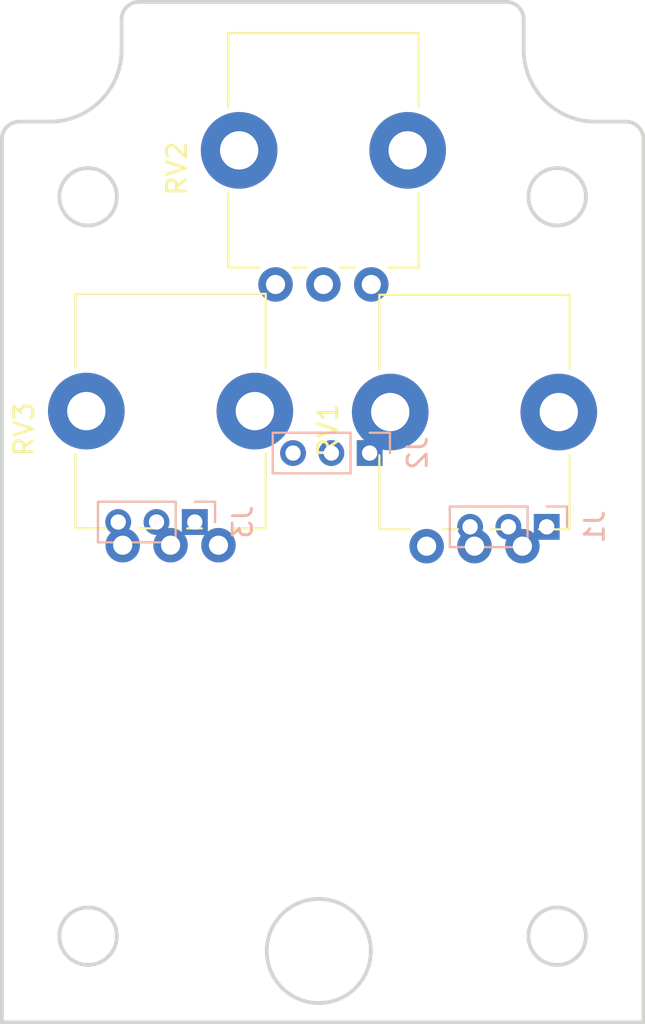
<source format=kicad_pcb>
(kicad_pcb (version 20171130) (host pcbnew 5.1.9)

  (general
    (thickness 1.6)
    (drawings 62)
    (tracks 0)
    (zones 0)
    (modules 6)
    (nets 10)
  )

  (page A4)
  (layers
    (0 F.Cu signal)
    (31 B.Cu signal)
    (32 B.Adhes user)
    (33 F.Adhes user)
    (34 B.Paste user hide)
    (35 F.Paste user)
    (36 B.SilkS user)
    (37 F.SilkS user)
    (38 B.Mask user)
    (39 F.Mask user)
    (40 Dwgs.User user)
    (41 Cmts.User user)
    (42 Eco1.User user)
    (43 Eco2.User user)
    (44 Edge.Cuts user)
    (45 Margin user)
    (46 B.CrtYd user)
    (47 F.CrtYd user)
    (48 B.Fab user)
    (49 F.Fab user)
  )

  (setup
    (last_trace_width 0.25)
    (trace_clearance 0.2)
    (zone_clearance 0.508)
    (zone_45_only no)
    (trace_min 0.2)
    (via_size 0.8)
    (via_drill 0.4)
    (via_min_size 0.4)
    (via_min_drill 0.3)
    (uvia_size 0.3)
    (uvia_drill 0.1)
    (uvias_allowed no)
    (uvia_min_size 0.2)
    (uvia_min_drill 0.1)
    (edge_width 0.05)
    (segment_width 0.2)
    (pcb_text_width 0.3)
    (pcb_text_size 1.5 1.5)
    (mod_edge_width 0.12)
    (mod_text_size 1 1)
    (mod_text_width 0.15)
    (pad_size 1.524 1.524)
    (pad_drill 0.762)
    (pad_to_mask_clearance 0)
    (aux_axis_origin 0 0)
    (visible_elements FFFFFF7F)
    (pcbplotparams
      (layerselection 0x010fc_ffffffff)
      (usegerberextensions false)
      (usegerberattributes true)
      (usegerberadvancedattributes true)
      (creategerberjobfile true)
      (excludeedgelayer true)
      (linewidth 0.100000)
      (plotframeref false)
      (viasonmask false)
      (mode 1)
      (useauxorigin false)
      (hpglpennumber 1)
      (hpglpenspeed 20)
      (hpglpendiameter 15.000000)
      (psnegative false)
      (psa4output false)
      (plotreference true)
      (plotvalue true)
      (plotinvisibletext false)
      (padsonsilk false)
      (subtractmaskfromsilk false)
      (outputformat 1)
      (mirror false)
      (drillshape 1)
      (scaleselection 1)
      (outputdirectory ""))
  )

  (net 0 "")
  (net 1 "Net-(J1-Pad3)")
  (net 2 "Net-(J1-Pad2)")
  (net 3 "Net-(J1-Pad1)")
  (net 4 "Net-(J2-Pad3)")
  (net 5 "Net-(J2-Pad2)")
  (net 6 "Net-(J2-Pad1)")
  (net 7 "Net-(J3-Pad3)")
  (net 8 "Net-(J3-Pad2)")
  (net 9 "Net-(J3-Pad1)")

  (net_class Default "This is the default net class."
    (clearance 0.2)
    (trace_width 0.25)
    (via_dia 0.8)
    (via_drill 0.4)
    (uvia_dia 0.3)
    (uvia_drill 0.1)
    (add_net "Net-(J1-Pad1)")
    (add_net "Net-(J1-Pad2)")
    (add_net "Net-(J1-Pad3)")
    (add_net "Net-(J2-Pad1)")
    (add_net "Net-(J2-Pad2)")
    (add_net "Net-(J2-Pad3)")
    (add_net "Net-(J3-Pad1)")
    (add_net "Net-(J3-Pad2)")
    (add_net "Net-(J3-Pad3)")
  )

  (module screaming-panda:Potentiometer_Bourns_PTV09A-1_Single_Vertical (layer F.Cu) (tedit 60197AC5) (tstamp 6019E923)
    (at 102.54 70.95 90)
    (descr "Potentiometer, vertical, Bourns PTV09A-1 Single, http://www.bourns.com/docs/Product-Datasheets/ptv09.pdf")
    (tags "Potentiometer vertical Bourns PTV09A-1 Single")
    (path /601741E4)
    (fp_text reference RV2 (at 6.05 -10.15 90) (layer F.SilkS)
      (effects (font (size 1 1) (thickness 0.15)))
    )
    (fp_text value 20kb (at 6.05 5.15 90) (layer F.Fab)
      (effects (font (size 1 1) (thickness 0.15)))
    )
    (fp_text user %R (at 2 -2.5) (layer F.Fab)
      (effects (font (size 1 1) (thickness 0.15)))
    )
    (fp_circle (center 7.5 -2.5) (end 10.5 -2.5) (layer F.Fab) (width 0.1))
    (fp_line (start 1 -7.35) (end 1 2.35) (layer F.Fab) (width 0.1))
    (fp_line (start 1 2.35) (end 13 2.35) (layer F.Fab) (width 0.1))
    (fp_line (start 13 2.35) (end 13 -7.35) (layer F.Fab) (width 0.1))
    (fp_line (start 13 -7.35) (end 1 -7.35) (layer F.Fab) (width 0.1))
    (fp_line (start 0.88 -7.47) (end 4.745 -7.47) (layer F.SilkS) (width 0.12))
    (fp_line (start 9.255 -7.47) (end 13.12 -7.47) (layer F.SilkS) (width 0.12))
    (fp_line (start 0.88 2.47) (end 4.745 2.47) (layer F.SilkS) (width 0.12))
    (fp_line (start 9.255 2.47) (end 13.12 2.47) (layer F.SilkS) (width 0.12))
    (fp_line (start 0.88 -7.47) (end 0.88 -5.871) (layer F.SilkS) (width 0.12))
    (fp_line (start 0.88 -4.129) (end 0.88 -3.37) (layer F.SilkS) (width 0.12))
    (fp_line (start 0.88 -1.629) (end 0.88 -0.87) (layer F.SilkS) (width 0.12))
    (fp_line (start 0.88 0.87) (end 0.88 2.47) (layer F.SilkS) (width 0.12))
    (fp_line (start 13.12 -7.47) (end 13.12 2.47) (layer F.SilkS) (width 0.12))
    (fp_line (start -1.15 -9.15) (end -1.15 4.15) (layer F.CrtYd) (width 0.05))
    (fp_line (start -1.15 4.15) (end 13.25 4.15) (layer F.CrtYd) (width 0.05))
    (fp_line (start 13.25 4.15) (end 13.25 -9.15) (layer F.CrtYd) (width 0.05))
    (fp_line (start 13.25 -9.15) (end -1.15 -9.15) (layer F.CrtYd) (width 0.05))
    (pad "" np_thru_hole circle (at 7 1.9 90) (size 4 4) (drill 2) (layers *.Cu *.Mask))
    (pad "" np_thru_hole circle (at 7 -6.9 90) (size 4 4) (drill 2) (layers *.Cu *.Mask))
    (pad 1 thru_hole circle (at 0 0 90) (size 1.8 1.8) (drill 1) (layers *.Cu *.Mask)
      (net 6 "Net-(J2-Pad1)"))
    (pad 2 thru_hole circle (at 0 -2.5 90) (size 1.8 1.8) (drill 1) (layers *.Cu *.Mask)
      (net 5 "Net-(J2-Pad2)"))
    (pad 3 thru_hole circle (at 0 -5 90) (size 1.8 1.8) (drill 1) (layers *.Cu *.Mask)
      (net 4 "Net-(J2-Pad3)"))
    (model ${SCREAMING_PANDA}/mcad/step_imports/ptv09a-4x20u-xxxx.stp
      (offset (xyz 7 2.5 5))
      (scale (xyz 1 1 1))
      (rotate (xyz 90 0 -90))
    )
  )

  (module screaming-panda:Potentiometer_Bourns_PTV09A-1_Single_Vertical (layer F.Cu) (tedit 60197AC5) (tstamp 6019EB11)
    (at 110.43 84.61 90)
    (descr "Potentiometer, vertical, Bourns PTV09A-1 Single, http://www.bourns.com/docs/Product-Datasheets/ptv09.pdf")
    (tags "Potentiometer vertical Bourns PTV09A-1 Single")
    (path /60172AD1)
    (fp_text reference RV1 (at 6.05 -10.15 90) (layer F.SilkS)
      (effects (font (size 1 1) (thickness 0.15)))
    )
    (fp_text value 500ka (at 6.05 5.15 90) (layer F.Fab)
      (effects (font (size 1 1) (thickness 0.15)))
    )
    (fp_text user %R (at 2 -2.5) (layer F.Fab)
      (effects (font (size 1 1) (thickness 0.15)))
    )
    (fp_circle (center 7.5 -2.5) (end 10.5 -2.5) (layer F.Fab) (width 0.1))
    (fp_line (start 1 -7.35) (end 1 2.35) (layer F.Fab) (width 0.1))
    (fp_line (start 1 2.35) (end 13 2.35) (layer F.Fab) (width 0.1))
    (fp_line (start 13 2.35) (end 13 -7.35) (layer F.Fab) (width 0.1))
    (fp_line (start 13 -7.35) (end 1 -7.35) (layer F.Fab) (width 0.1))
    (fp_line (start 0.88 -7.47) (end 4.745 -7.47) (layer F.SilkS) (width 0.12))
    (fp_line (start 9.255 -7.47) (end 13.12 -7.47) (layer F.SilkS) (width 0.12))
    (fp_line (start 0.88 2.47) (end 4.745 2.47) (layer F.SilkS) (width 0.12))
    (fp_line (start 9.255 2.47) (end 13.12 2.47) (layer F.SilkS) (width 0.12))
    (fp_line (start 0.88 -7.47) (end 0.88 -5.871) (layer F.SilkS) (width 0.12))
    (fp_line (start 0.88 -4.129) (end 0.88 -3.37) (layer F.SilkS) (width 0.12))
    (fp_line (start 0.88 -1.629) (end 0.88 -0.87) (layer F.SilkS) (width 0.12))
    (fp_line (start 0.88 0.87) (end 0.88 2.47) (layer F.SilkS) (width 0.12))
    (fp_line (start 13.12 -7.47) (end 13.12 2.47) (layer F.SilkS) (width 0.12))
    (fp_line (start -1.15 -9.15) (end -1.15 4.15) (layer F.CrtYd) (width 0.05))
    (fp_line (start -1.15 4.15) (end 13.25 4.15) (layer F.CrtYd) (width 0.05))
    (fp_line (start 13.25 4.15) (end 13.25 -9.15) (layer F.CrtYd) (width 0.05))
    (fp_line (start 13.25 -9.15) (end -1.15 -9.15) (layer F.CrtYd) (width 0.05))
    (pad "" np_thru_hole circle (at 7 1.9 90) (size 4 4) (drill 2) (layers *.Cu *.Mask))
    (pad "" np_thru_hole circle (at 7 -6.9 90) (size 4 4) (drill 2) (layers *.Cu *.Mask))
    (pad 1 thru_hole circle (at 0 0 90) (size 1.8 1.8) (drill 1) (layers *.Cu *.Mask)
      (net 3 "Net-(J1-Pad1)"))
    (pad 2 thru_hole circle (at 0 -2.5 90) (size 1.8 1.8) (drill 1) (layers *.Cu *.Mask)
      (net 2 "Net-(J1-Pad2)"))
    (pad 3 thru_hole circle (at 0 -5 90) (size 1.8 1.8) (drill 1) (layers *.Cu *.Mask)
      (net 1 "Net-(J1-Pad3)"))
    (model ${SCREAMING_PANDA}/mcad/step_imports/ptv09a-4x20u-xxxx.stp
      (offset (xyz 7 2.5 5))
      (scale (xyz 1 1 1))
      (rotate (xyz 90 0 -90))
    )
  )

  (module screaming-panda:Potentiometer_Bourns_PTV09A-1_Single_Vertical (layer F.Cu) (tedit 60197A9C) (tstamp 6019E636)
    (at 94.56 84.56 90)
    (descr "Potentiometer, vertical, Bourns PTV09A-1 Single, http://www.bourns.com/docs/Product-Datasheets/ptv09.pdf")
    (tags "Potentiometer vertical Bourns PTV09A-1 Single")
    (path /6017449C)
    (fp_text reference RV3 (at 6.05 -10.15 90) (layer F.SilkS)
      (effects (font (size 1 1) (thickness 0.15)))
    )
    (fp_text value 100ka (at 6.05 5.15 90) (layer F.Fab)
      (effects (font (size 1 1) (thickness 0.15)))
    )
    (fp_text user %R (at 2 -2.5) (layer F.Fab)
      (effects (font (size 1 1) (thickness 0.15)))
    )
    (fp_circle (center 7.5 -2.5) (end 10.5 -2.5) (layer F.Fab) (width 0.1))
    (fp_line (start 1 -7.35) (end 1 2.35) (layer F.Fab) (width 0.1))
    (fp_line (start 1 2.35) (end 13 2.35) (layer F.Fab) (width 0.1))
    (fp_line (start 13 2.35) (end 13 -7.35) (layer F.Fab) (width 0.1))
    (fp_line (start 13 -7.35) (end 1 -7.35) (layer F.Fab) (width 0.1))
    (fp_line (start 0.88 -7.47) (end 4.745 -7.47) (layer F.SilkS) (width 0.12))
    (fp_line (start 9.255 -7.47) (end 13.12 -7.47) (layer F.SilkS) (width 0.12))
    (fp_line (start 0.88 2.47) (end 4.745 2.47) (layer F.SilkS) (width 0.12))
    (fp_line (start 9.255 2.47) (end 13.12 2.47) (layer F.SilkS) (width 0.12))
    (fp_line (start 0.88 -7.47) (end 0.88 -5.871) (layer F.SilkS) (width 0.12))
    (fp_line (start 0.88 -4.129) (end 0.88 -3.37) (layer F.SilkS) (width 0.12))
    (fp_line (start 0.88 -1.629) (end 0.88 -0.87) (layer F.SilkS) (width 0.12))
    (fp_line (start 0.88 0.87) (end 0.88 2.47) (layer F.SilkS) (width 0.12))
    (fp_line (start 13.12 -7.47) (end 13.12 2.47) (layer F.SilkS) (width 0.12))
    (fp_line (start -1.15 -9.15) (end -1.15 4.15) (layer F.CrtYd) (width 0.05))
    (fp_line (start -1.15 4.15) (end 13.25 4.15) (layer F.CrtYd) (width 0.05))
    (fp_line (start 13.25 4.15) (end 13.25 -9.15) (layer F.CrtYd) (width 0.05))
    (fp_line (start 13.25 -9.15) (end -1.15 -9.15) (layer F.CrtYd) (width 0.05))
    (pad "" np_thru_hole circle (at 7 1.9 90) (size 4 4) (drill 2) (layers *.Cu *.Mask))
    (pad "" np_thru_hole circle (at 7 -6.9 90) (size 4 4) (drill 2) (layers *.Cu *.Mask))
    (pad 1 thru_hole circle (at 0 0 90) (size 1.8 1.8) (drill 1) (layers *.Cu *.Mask)
      (net 9 "Net-(J3-Pad1)"))
    (pad 2 thru_hole circle (at 0 -2.5 90) (size 1.8 1.8) (drill 1) (layers *.Cu *.Mask)
      (net 8 "Net-(J3-Pad2)"))
    (pad 3 thru_hole circle (at 0 -5 90) (size 1.8 1.8) (drill 1) (layers *.Cu *.Mask)
      (net 7 "Net-(J3-Pad3)"))
    (model ${SCREAMING_PANDA}/mcad/step_imports/ptv09a-4x20u-xxxx.stp
      (offset (xyz 7 2.5 5))
      (scale (xyz 1 1 1))
      (rotate (xyz 90 0 -90))
    )
  )

  (module Connector_PinSocket_2.00mm:PinSocket_1x03_P2.00mm_Vertical (layer B.Cu) (tedit 5A19A42B) (tstamp 60197DBD)
    (at 93.325 83.35 90)
    (descr "Through hole straight socket strip, 1x03, 2.00mm pitch, single row (from Kicad 4.0.7), script generated")
    (tags "Through hole socket strip THT 1x03 2.00mm single row")
    (path /60176058)
    (fp_text reference J3 (at 0 2.5 -90) (layer B.SilkS)
      (effects (font (size 1 1) (thickness 0.15)) (justify mirror))
    )
    (fp_text value VolumePot (at 0 -6.5 -90) (layer B.Fab)
      (effects (font (size 1 1) (thickness 0.15)) (justify mirror))
    )
    (fp_text user %R (at 0 -2) (layer B.Fab)
      (effects (font (size 1 1) (thickness 0.15)) (justify mirror))
    )
    (fp_line (start -1 1) (end 0.5 1) (layer B.Fab) (width 0.1))
    (fp_line (start 0.5 1) (end 1 0.5) (layer B.Fab) (width 0.1))
    (fp_line (start 1 0.5) (end 1 -5) (layer B.Fab) (width 0.1))
    (fp_line (start 1 -5) (end -1 -5) (layer B.Fab) (width 0.1))
    (fp_line (start -1 -5) (end -1 1) (layer B.Fab) (width 0.1))
    (fp_line (start -1.06 -1) (end 1.06 -1) (layer B.SilkS) (width 0.12))
    (fp_line (start -1.06 -1) (end -1.06 -5.06) (layer B.SilkS) (width 0.12))
    (fp_line (start -1.06 -5.06) (end 1.06 -5.06) (layer B.SilkS) (width 0.12))
    (fp_line (start 1.06 -1) (end 1.06 -5.06) (layer B.SilkS) (width 0.12))
    (fp_line (start 1.06 1.06) (end 1.06 0) (layer B.SilkS) (width 0.12))
    (fp_line (start 0 1.06) (end 1.06 1.06) (layer B.SilkS) (width 0.12))
    (fp_line (start -1.5 1.5) (end 1.5 1.5) (layer B.CrtYd) (width 0.05))
    (fp_line (start 1.5 1.5) (end 1.5 -5.5) (layer B.CrtYd) (width 0.05))
    (fp_line (start 1.5 -5.5) (end -1.5 -5.5) (layer B.CrtYd) (width 0.05))
    (fp_line (start -1.5 -5.5) (end -1.5 1.5) (layer B.CrtYd) (width 0.05))
    (pad 3 thru_hole oval (at 0 -4 90) (size 1.35 1.35) (drill 0.8) (layers *.Cu *.Mask)
      (net 7 "Net-(J3-Pad3)"))
    (pad 2 thru_hole oval (at 0 -2 90) (size 1.35 1.35) (drill 0.8) (layers *.Cu *.Mask)
      (net 8 "Net-(J3-Pad2)"))
    (pad 1 thru_hole rect (at 0 0 90) (size 1.35 1.35) (drill 0.8) (layers *.Cu *.Mask)
      (net 9 "Net-(J3-Pad1)"))
    (model ${KISYS3DMOD}/Connector_PinSocket_2.00mm.3dshapes/PinSocket_1x03_P2.00mm_Vertical.wrl
      (at (xyz 0 0 0))
      (scale (xyz 1 1 1))
      (rotate (xyz 0 0 0))
    )
  )

  (module Connector_PinSocket_2.00mm:PinSocket_1x03_P2.00mm_Vertical (layer B.Cu) (tedit 5A19A42B) (tstamp 60197DA6)
    (at 102.455 79.75 90)
    (descr "Through hole straight socket strip, 1x03, 2.00mm pitch, single row (from Kicad 4.0.7), script generated")
    (tags "Through hole socket strip THT 1x03 2.00mm single row")
    (path /60175BA1)
    (fp_text reference J2 (at 0 2.5 -90) (layer B.SilkS)
      (effects (font (size 1 1) (thickness 0.15)) (justify mirror))
    )
    (fp_text value TonePot (at 0 -6.5 -90) (layer B.Fab)
      (effects (font (size 1 1) (thickness 0.15)) (justify mirror))
    )
    (fp_text user %R (at 0 -2) (layer B.Fab)
      (effects (font (size 1 1) (thickness 0.15)) (justify mirror))
    )
    (fp_line (start -1 1) (end 0.5 1) (layer B.Fab) (width 0.1))
    (fp_line (start 0.5 1) (end 1 0.5) (layer B.Fab) (width 0.1))
    (fp_line (start 1 0.5) (end 1 -5) (layer B.Fab) (width 0.1))
    (fp_line (start 1 -5) (end -1 -5) (layer B.Fab) (width 0.1))
    (fp_line (start -1 -5) (end -1 1) (layer B.Fab) (width 0.1))
    (fp_line (start -1.06 -1) (end 1.06 -1) (layer B.SilkS) (width 0.12))
    (fp_line (start -1.06 -1) (end -1.06 -5.06) (layer B.SilkS) (width 0.12))
    (fp_line (start -1.06 -5.06) (end 1.06 -5.06) (layer B.SilkS) (width 0.12))
    (fp_line (start 1.06 -1) (end 1.06 -5.06) (layer B.SilkS) (width 0.12))
    (fp_line (start 1.06 1.06) (end 1.06 0) (layer B.SilkS) (width 0.12))
    (fp_line (start 0 1.06) (end 1.06 1.06) (layer B.SilkS) (width 0.12))
    (fp_line (start -1.5 1.5) (end 1.5 1.5) (layer B.CrtYd) (width 0.05))
    (fp_line (start 1.5 1.5) (end 1.5 -5.5) (layer B.CrtYd) (width 0.05))
    (fp_line (start 1.5 -5.5) (end -1.5 -5.5) (layer B.CrtYd) (width 0.05))
    (fp_line (start -1.5 -5.5) (end -1.5 1.5) (layer B.CrtYd) (width 0.05))
    (pad 3 thru_hole oval (at 0 -4 90) (size 1.35 1.35) (drill 0.8) (layers *.Cu *.Mask)
      (net 4 "Net-(J2-Pad3)"))
    (pad 2 thru_hole oval (at 0 -2 90) (size 1.35 1.35) (drill 0.8) (layers *.Cu *.Mask)
      (net 5 "Net-(J2-Pad2)"))
    (pad 1 thru_hole rect (at 0 0 90) (size 1.35 1.35) (drill 0.8) (layers *.Cu *.Mask)
      (net 6 "Net-(J2-Pad1)"))
    (model ${KISYS3DMOD}/Connector_PinSocket_2.00mm.3dshapes/PinSocket_1x03_P2.00mm_Vertical.wrl
      (at (xyz 0 0 0))
      (scale (xyz 1 1 1))
      (rotate (xyz 0 0 0))
    )
  )

  (module Connector_PinSocket_2.00mm:PinSocket_1x03_P2.00mm_Vertical (layer B.Cu) (tedit 5A19A42B) (tstamp 60197EE9)
    (at 111.7 83.6 90)
    (descr "Through hole straight socket strip, 1x03, 2.00mm pitch, single row (from Kicad 4.0.7), script generated")
    (tags "Through hole socket strip THT 1x03 2.00mm single row")
    (path /60174D24)
    (fp_text reference J1 (at 0 2.5 -90) (layer B.SilkS)
      (effects (font (size 1 1) (thickness 0.15)) (justify mirror))
    )
    (fp_text value DrivePot (at 0 -6.5 -90) (layer B.Fab)
      (effects (font (size 1 1) (thickness 0.15)) (justify mirror))
    )
    (fp_text user %R (at 0 -2) (layer B.Fab)
      (effects (font (size 1 1) (thickness 0.15)) (justify mirror))
    )
    (fp_line (start -1 1) (end 0.5 1) (layer B.Fab) (width 0.1))
    (fp_line (start 0.5 1) (end 1 0.5) (layer B.Fab) (width 0.1))
    (fp_line (start 1 0.5) (end 1 -5) (layer B.Fab) (width 0.1))
    (fp_line (start 1 -5) (end -1 -5) (layer B.Fab) (width 0.1))
    (fp_line (start -1 -5) (end -1 1) (layer B.Fab) (width 0.1))
    (fp_line (start -1.06 -1) (end 1.06 -1) (layer B.SilkS) (width 0.12))
    (fp_line (start -1.06 -1) (end -1.06 -5.06) (layer B.SilkS) (width 0.12))
    (fp_line (start -1.06 -5.06) (end 1.06 -5.06) (layer B.SilkS) (width 0.12))
    (fp_line (start 1.06 -1) (end 1.06 -5.06) (layer B.SilkS) (width 0.12))
    (fp_line (start 1.06 1.06) (end 1.06 0) (layer B.SilkS) (width 0.12))
    (fp_line (start 0 1.06) (end 1.06 1.06) (layer B.SilkS) (width 0.12))
    (fp_line (start -1.5 1.5) (end 1.5 1.5) (layer B.CrtYd) (width 0.05))
    (fp_line (start 1.5 1.5) (end 1.5 -5.5) (layer B.CrtYd) (width 0.05))
    (fp_line (start 1.5 -5.5) (end -1.5 -5.5) (layer B.CrtYd) (width 0.05))
    (fp_line (start -1.5 -5.5) (end -1.5 1.5) (layer B.CrtYd) (width 0.05))
    (pad 3 thru_hole oval (at 0 -4 90) (size 1.35 1.35) (drill 0.8) (layers *.Cu *.Mask)
      (net 1 "Net-(J1-Pad3)"))
    (pad 2 thru_hole oval (at 0 -2 90) (size 1.35 1.35) (drill 0.8) (layers *.Cu *.Mask)
      (net 2 "Net-(J1-Pad2)"))
    (pad 1 thru_hole rect (at 0 0 90) (size 1.35 1.35) (drill 0.8) (layers *.Cu *.Mask)
      (net 3 "Net-(J1-Pad1)"))
    (model ${KISYS3DMOD}/Connector_PinSocket_2.00mm.3dshapes/PinSocket_1x03_P2.00mm_Vertical.wrl
      (at (xyz 0 0 0))
      (scale (xyz 1 1 1))
      (rotate (xyz 0 0 0))
    )
  )

  (gr_line (start 95.05 68.760324) (end 95.45 68.760324) (layer Dwgs.User) (width 0.2))
  (gr_line (start 112.494458 82.52053) (end 103.394458 82.52053) (layer Dwgs.User) (width 0.2))
  (gr_line (start 103.394458 71.52053) (end 102.994458 71.52053) (layer Dwgs.User) (width 0.2))
  (gr_line (start 112.894458 71.52053) (end 112.494458 71.52053) (layer Dwgs.User) (width 0.2))
  (gr_line (start 112.494458 71.52053) (end 103.394458 71.52053) (layer Dwgs.User) (width 0.2))
  (gr_line (start 102.994458 82.52053) (end 102.994458 71.52053) (layer Dwgs.User) (width 0.2))
  (gr_line (start 102.994458 82.52053) (end 103.394458 82.52053) (layer Dwgs.User) (width 0.2))
  (gr_line (start 112.894458 71.52053) (end 112.894458 82.52053) (layer Dwgs.User) (width 0.2))
  (gr_line (start 112.494458 82.52053) (end 112.894458 82.52053) (layer Dwgs.User) (width 0.2))
  (gr_line (start 96.605541 82.52053) (end 97.005541 82.52053) (layer Dwgs.User) (width 0.2))
  (gr_line (start 87.505541 71.52053) (end 87.105541 71.52053) (layer Dwgs.User) (width 0.2))
  (gr_line (start 96.605541 71.52053) (end 87.505541 71.52053) (layer Dwgs.User) (width 0.2))
  (gr_line (start 87.105541 82.52053) (end 87.105541 71.52053) (layer Dwgs.User) (width 0.2))
  (gr_line (start 97.005541 71.52053) (end 97.005541 82.52053) (layer Dwgs.User) (width 0.2))
  (gr_line (start 87.105541 82.52053) (end 87.505541 82.52053) (layer Dwgs.User) (width 0.2))
  (gr_line (start 96.605541 82.52053) (end 87.505541 82.52053) (layer Dwgs.User) (width 0.2))
  (gr_line (start 104.55 68.760324) (end 95.45 68.760324) (layer Dwgs.User) (width 0.2))
  (gr_line (start 104.55 68.760324) (end 104.95 68.760324) (layer Dwgs.User) (width 0.2))
  (gr_line (start 104.95 57.760324) (end 104.95 68.760324) (layer Dwgs.User) (width 0.2))
  (gr_line (start 104.95 57.760324) (end 104.55 57.760324) (layer Dwgs.User) (width 0.2))
  (gr_line (start 95.05 68.760324) (end 95.05 57.760324) (layer Dwgs.User) (width 0.2))
  (gr_line (start 104.55 57.760324) (end 95.45 57.760324) (layer Dwgs.User) (width 0.2))
  (gr_line (start 95.45 57.760324) (end 95.05 57.760324) (layer Dwgs.User) (width 0.2))
  (gr_line (start 116.747627 63.352063) (end 116.747627 109.465253) (layer Edge.Cuts) (width 0.2))
  (gr_curve (pts (xy 116.677636 63.008445) (xy 116.723066 63.117535) (xy 116.747587 63.23512) (xy 116.747627 63.352063)) (layer Edge.Cuts) (width 0.2))
  (gr_curve (pts (xy 116.594441 62.852388) (xy 116.626978 62.901477) (xy 116.654921 62.953899) (xy 116.677636 63.008445)) (layer Edge.Cuts) (width 0.2))
  (gr_curve (pts (xy 116.483464 62.716004) (xy 116.524771 62.75754) (xy 116.561904 62.803298) (xy 116.594441 62.852388)) (layer Edge.Cuts) (width 0.2))
  (gr_curve (pts (xy 116.347879 62.604543) (xy 116.396675 62.637154) (xy 116.442157 62.674468) (xy 116.483464 62.716004)) (layer Edge.Cuts) (width 0.2))
  (gr_curve (pts (xy 116.192518 62.521444) (xy 116.246975 62.544027) (xy 116.299084 62.571933) (xy 116.347879 62.604543)) (layer Edge.Cuts) (width 0.2))
  (gr_curve (pts (xy 115.847936 62.452372) (xy 115.965292 62.452412) (xy 116.083603 62.47628) (xy 116.192518 62.521444)) (layer Edge.Cuts) (width 0.2))
  (gr_line (start 114.249999 62.452372) (end 115.847936 62.452372) (layer Edge.Cuts) (width 0.2))
  (gr_circle (center 112.247627 104.965253) (end 113.747627 104.965253) (layer Edge.Cuts) (width 0.2))
  (gr_arc (start 114.25 58.7) (end 110.497627 58.7) (angle -90) (layer Edge.Cuts) (width 0.2))
  (gr_circle (center 99.799999 105.739369) (end 102.517514 105.739369) (layer Edge.Cuts) (width 0.2))
  (gr_line (start 110.497627 57.102063) (end 110.497627 58.7) (layer Edge.Cuts) (width 0.2))
  (gr_circle (center 112.247627 66.373452) (end 113.747627 66.373452) (layer Edge.Cuts) (width 0.2))
  (gr_curve (pts (xy 110.427636 56.758445) (xy 110.473066 56.867535) (xy 110.497587 56.98512) (xy 110.497627 57.102063)) (layer Edge.Cuts) (width 0.2))
  (gr_curve (pts (xy 110.344441 56.602388) (xy 110.376978 56.651477) (xy 110.404921 56.703899) (xy 110.427636 56.758445)) (layer Edge.Cuts) (width 0.2))
  (gr_curve (pts (xy 110.233464 56.466004) (xy 110.274771 56.50754) (xy 110.311904 56.553298) (xy 110.344441 56.602388)) (layer Edge.Cuts) (width 0.2))
  (gr_curve (pts (xy 110.097879 56.354543) (xy 110.146675 56.387154) (xy 110.192157 56.424468) (xy 110.233464 56.466004)) (layer Edge.Cuts) (width 0.2))
  (gr_curve (pts (xy 109.942518 56.271444) (xy 109.996975 56.294027) (xy 110.049084 56.321933) (xy 110.097879 56.354543)) (layer Edge.Cuts) (width 0.2))
  (gr_curve (pts (xy 109.597952 56.202372) (xy 109.715303 56.202414) (xy 109.833608 56.226282) (xy 109.942518 56.271444)) (layer Edge.Cuts) (width 0.2))
  (gr_line (start 84.152063 62.452372) (end 85.75 62.452372) (layer Edge.Cuts) (width 0.2))
  (gr_curve (pts (xy 83.808445 62.522363) (xy 83.917535 62.476933) (xy 84.03512 62.452412) (xy 84.152063 62.452372)) (layer Edge.Cuts) (width 0.2))
  (gr_curve (pts (xy 83.652388 62.605558) (xy 83.701477 62.573021) (xy 83.753899 62.545078) (xy 83.808445 62.522363)) (layer Edge.Cuts) (width 0.2))
  (gr_curve (pts (xy 83.516004 62.716535) (xy 83.55754 62.675228) (xy 83.603298 62.638095) (xy 83.652388 62.605558)) (layer Edge.Cuts) (width 0.2))
  (gr_curve (pts (xy 83.404543 62.85212) (xy 83.437154 62.803324) (xy 83.474468 62.757842) (xy 83.516004 62.716535)) (layer Edge.Cuts) (width 0.2))
  (gr_curve (pts (xy 83.321444 63.007481) (xy 83.344027 62.953024) (xy 83.371933 62.900915) (xy 83.404543 62.85212)) (layer Edge.Cuts) (width 0.2))
  (gr_curve (pts (xy 83.252372 63.352063) (xy 83.252412 63.234707) (xy 83.27628 63.116396) (xy 83.321444 63.007481)) (layer Edge.Cuts) (width 0.2))
  (gr_arc (start 85.75 58.7) (end 85.75 62.452372) (angle -90) (layer Edge.Cuts) (width 0.2))
  (gr_line (start 89.502372 58.7) (end 89.502372 57.102063) (layer Edge.Cuts) (width 0.2))
  (gr_circle (center 87.752372 104.965253) (end 89.252372 104.965253) (layer Edge.Cuts) (width 0.2))
  (gr_curve (pts (xy 90.058445 56.272363) (xy 90.16753 56.226935) (xy 90.285109 56.202414) (xy 90.402047 56.202372)) (layer Edge.Cuts) (width 0.2))
  (gr_curve (pts (xy 89.902388 56.355558) (xy 89.951477 56.323021) (xy 90.003899 56.295078) (xy 90.058445 56.272363)) (layer Edge.Cuts) (width 0.2))
  (gr_curve (pts (xy 89.766004 56.466535) (xy 89.80754 56.425228) (xy 89.853298 56.388095) (xy 89.902388 56.355558)) (layer Edge.Cuts) (width 0.2))
  (gr_curve (pts (xy 89.654543 56.60212) (xy 89.687154 56.553324) (xy 89.724468 56.507842) (xy 89.766004 56.466535)) (layer Edge.Cuts) (width 0.2))
  (gr_curve (pts (xy 89.571444 56.757481) (xy 89.594027 56.703024) (xy 89.621933 56.650915) (xy 89.654543 56.60212)) (layer Edge.Cuts) (width 0.2))
  (gr_curve (pts (xy 89.502372 57.102063) (xy 89.502412 56.984707) (xy 89.52628 56.866396) (xy 89.571444 56.757481)) (layer Edge.Cuts) (width 0.2))
  (gr_line (start 90.402047 56.202372) (end 109.597952 56.202372) (layer Edge.Cuts) (width 0.2))
  (gr_circle (center 87.752372 66.373452) (end 89.252372 66.373452) (layer Edge.Cuts) (width 0.2))
  (gr_line (start 83.252372 109.465253) (end 116.747627 109.465253) (layer Edge.Cuts) (width 0.2))
  (gr_line (start 83.252372 109.465253) (end 83.252372 63.352063) (layer Edge.Cuts) (width 0.2))

)

</source>
